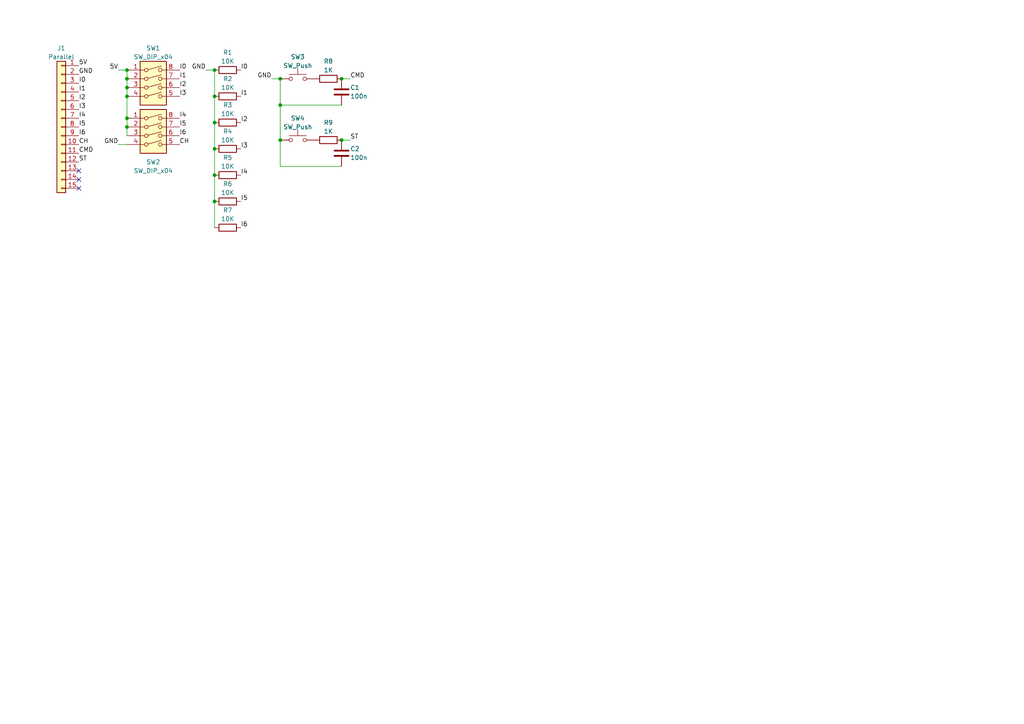
<source format=kicad_sch>
(kicad_sch (version 20230121) (generator eeschema)

  (uuid 669db47f-eb9a-4570-9d49-78dab9363d56)

  (paper "A4")

  (lib_symbols
    (symbol "Connector_Generic:Conn_01x15" (pin_names (offset 1.016) hide) (in_bom yes) (on_board yes)
      (property "Reference" "J" (at 0 20.32 0)
        (effects (font (size 1.27 1.27)))
      )
      (property "Value" "Conn_01x15" (at 0 -20.32 0)
        (effects (font (size 1.27 1.27)))
      )
      (property "Footprint" "" (at 0 0 0)
        (effects (font (size 1.27 1.27)) hide)
      )
      (property "Datasheet" "~" (at 0 0 0)
        (effects (font (size 1.27 1.27)) hide)
      )
      (property "ki_keywords" "connector" (at 0 0 0)
        (effects (font (size 1.27 1.27)) hide)
      )
      (property "ki_description" "Generic connector, single row, 01x15, script generated (kicad-library-utils/schlib/autogen/connector/)" (at 0 0 0)
        (effects (font (size 1.27 1.27)) hide)
      )
      (property "ki_fp_filters" "Connector*:*_1x??_*" (at 0 0 0)
        (effects (font (size 1.27 1.27)) hide)
      )
      (symbol "Conn_01x15_1_1"
        (rectangle (start -1.27 -17.653) (end 0 -17.907)
          (stroke (width 0.1524) (type default))
          (fill (type none))
        )
        (rectangle (start -1.27 -15.113) (end 0 -15.367)
          (stroke (width 0.1524) (type default))
          (fill (type none))
        )
        (rectangle (start -1.27 -12.573) (end 0 -12.827)
          (stroke (width 0.1524) (type default))
          (fill (type none))
        )
        (rectangle (start -1.27 -10.033) (end 0 -10.287)
          (stroke (width 0.1524) (type default))
          (fill (type none))
        )
        (rectangle (start -1.27 -7.493) (end 0 -7.747)
          (stroke (width 0.1524) (type default))
          (fill (type none))
        )
        (rectangle (start -1.27 -4.953) (end 0 -5.207)
          (stroke (width 0.1524) (type default))
          (fill (type none))
        )
        (rectangle (start -1.27 -2.413) (end 0 -2.667)
          (stroke (width 0.1524) (type default))
          (fill (type none))
        )
        (rectangle (start -1.27 0.127) (end 0 -0.127)
          (stroke (width 0.1524) (type default))
          (fill (type none))
        )
        (rectangle (start -1.27 2.667) (end 0 2.413)
          (stroke (width 0.1524) (type default))
          (fill (type none))
        )
        (rectangle (start -1.27 5.207) (end 0 4.953)
          (stroke (width 0.1524) (type default))
          (fill (type none))
        )
        (rectangle (start -1.27 7.747) (end 0 7.493)
          (stroke (width 0.1524) (type default))
          (fill (type none))
        )
        (rectangle (start -1.27 10.287) (end 0 10.033)
          (stroke (width 0.1524) (type default))
          (fill (type none))
        )
        (rectangle (start -1.27 12.827) (end 0 12.573)
          (stroke (width 0.1524) (type default))
          (fill (type none))
        )
        (rectangle (start -1.27 15.367) (end 0 15.113)
          (stroke (width 0.1524) (type default))
          (fill (type none))
        )
        (rectangle (start -1.27 17.907) (end 0 17.653)
          (stroke (width 0.1524) (type default))
          (fill (type none))
        )
        (rectangle (start -1.27 19.05) (end 1.27 -19.05)
          (stroke (width 0.254) (type default))
          (fill (type background))
        )
        (pin passive line (at -5.08 17.78 0) (length 3.81)
          (name "Pin_1" (effects (font (size 1.27 1.27))))
          (number "1" (effects (font (size 1.27 1.27))))
        )
        (pin passive line (at -5.08 -5.08 0) (length 3.81)
          (name "Pin_10" (effects (font (size 1.27 1.27))))
          (number "10" (effects (font (size 1.27 1.27))))
        )
        (pin passive line (at -5.08 -7.62 0) (length 3.81)
          (name "Pin_11" (effects (font (size 1.27 1.27))))
          (number "11" (effects (font (size 1.27 1.27))))
        )
        (pin passive line (at -5.08 -10.16 0) (length 3.81)
          (name "Pin_12" (effects (font (size 1.27 1.27))))
          (number "12" (effects (font (size 1.27 1.27))))
        )
        (pin passive line (at -5.08 -12.7 0) (length 3.81)
          (name "Pin_13" (effects (font (size 1.27 1.27))))
          (number "13" (effects (font (size 1.27 1.27))))
        )
        (pin passive line (at -5.08 -15.24 0) (length 3.81)
          (name "Pin_14" (effects (font (size 1.27 1.27))))
          (number "14" (effects (font (size 1.27 1.27))))
        )
        (pin passive line (at -5.08 -17.78 0) (length 3.81)
          (name "Pin_15" (effects (font (size 1.27 1.27))))
          (number "15" (effects (font (size 1.27 1.27))))
        )
        (pin passive line (at -5.08 15.24 0) (length 3.81)
          (name "Pin_2" (effects (font (size 1.27 1.27))))
          (number "2" (effects (font (size 1.27 1.27))))
        )
        (pin passive line (at -5.08 12.7 0) (length 3.81)
          (name "Pin_3" (effects (font (size 1.27 1.27))))
          (number "3" (effects (font (size 1.27 1.27))))
        )
        (pin passive line (at -5.08 10.16 0) (length 3.81)
          (name "Pin_4" (effects (font (size 1.27 1.27))))
          (number "4" (effects (font (size 1.27 1.27))))
        )
        (pin passive line (at -5.08 7.62 0) (length 3.81)
          (name "Pin_5" (effects (font (size 1.27 1.27))))
          (number "5" (effects (font (size 1.27 1.27))))
        )
        (pin passive line (at -5.08 5.08 0) (length 3.81)
          (name "Pin_6" (effects (font (size 1.27 1.27))))
          (number "6" (effects (font (size 1.27 1.27))))
        )
        (pin passive line (at -5.08 2.54 0) (length 3.81)
          (name "Pin_7" (effects (font (size 1.27 1.27))))
          (number "7" (effects (font (size 1.27 1.27))))
        )
        (pin passive line (at -5.08 0 0) (length 3.81)
          (name "Pin_8" (effects (font (size 1.27 1.27))))
          (number "8" (effects (font (size 1.27 1.27))))
        )
        (pin passive line (at -5.08 -2.54 0) (length 3.81)
          (name "Pin_9" (effects (font (size 1.27 1.27))))
          (number "9" (effects (font (size 1.27 1.27))))
        )
      )
    )
    (symbol "Device:C" (pin_numbers hide) (pin_names (offset 0.254)) (in_bom yes) (on_board yes)
      (property "Reference" "C" (at 0.635 2.54 0)
        (effects (font (size 1.27 1.27)) (justify left))
      )
      (property "Value" "C" (at 0.635 -2.54 0)
        (effects (font (size 1.27 1.27)) (justify left))
      )
      (property "Footprint" "" (at 0.9652 -3.81 0)
        (effects (font (size 1.27 1.27)) hide)
      )
      (property "Datasheet" "~" (at 0 0 0)
        (effects (font (size 1.27 1.27)) hide)
      )
      (property "ki_keywords" "cap capacitor" (at 0 0 0)
        (effects (font (size 1.27 1.27)) hide)
      )
      (property "ki_description" "Unpolarized capacitor" (at 0 0 0)
        (effects (font (size 1.27 1.27)) hide)
      )
      (property "ki_fp_filters" "C_*" (at 0 0 0)
        (effects (font (size 1.27 1.27)) hide)
      )
      (symbol "C_0_1"
        (polyline
          (pts
            (xy -2.032 -0.762)
            (xy 2.032 -0.762)
          )
          (stroke (width 0.508) (type default))
          (fill (type none))
        )
        (polyline
          (pts
            (xy -2.032 0.762)
            (xy 2.032 0.762)
          )
          (stroke (width 0.508) (type default))
          (fill (type none))
        )
      )
      (symbol "C_1_1"
        (pin passive line (at 0 3.81 270) (length 2.794)
          (name "~" (effects (font (size 1.27 1.27))))
          (number "1" (effects (font (size 1.27 1.27))))
        )
        (pin passive line (at 0 -3.81 90) (length 2.794)
          (name "~" (effects (font (size 1.27 1.27))))
          (number "2" (effects (font (size 1.27 1.27))))
        )
      )
    )
    (symbol "Device:R" (pin_numbers hide) (pin_names (offset 0)) (in_bom yes) (on_board yes)
      (property "Reference" "R" (at 2.032 0 90)
        (effects (font (size 1.27 1.27)))
      )
      (property "Value" "R" (at 0 0 90)
        (effects (font (size 1.27 1.27)))
      )
      (property "Footprint" "" (at -1.778 0 90)
        (effects (font (size 1.27 1.27)) hide)
      )
      (property "Datasheet" "~" (at 0 0 0)
        (effects (font (size 1.27 1.27)) hide)
      )
      (property "ki_keywords" "R res resistor" (at 0 0 0)
        (effects (font (size 1.27 1.27)) hide)
      )
      (property "ki_description" "Resistor" (at 0 0 0)
        (effects (font (size 1.27 1.27)) hide)
      )
      (property "ki_fp_filters" "R_*" (at 0 0 0)
        (effects (font (size 1.27 1.27)) hide)
      )
      (symbol "R_0_1"
        (rectangle (start -1.016 -2.54) (end 1.016 2.54)
          (stroke (width 0.254) (type default))
          (fill (type none))
        )
      )
      (symbol "R_1_1"
        (pin passive line (at 0 3.81 270) (length 1.27)
          (name "~" (effects (font (size 1.27 1.27))))
          (number "1" (effects (font (size 1.27 1.27))))
        )
        (pin passive line (at 0 -3.81 90) (length 1.27)
          (name "~" (effects (font (size 1.27 1.27))))
          (number "2" (effects (font (size 1.27 1.27))))
        )
      )
    )
    (symbol "Switch:SW_DIP_x04" (pin_names (offset 0) hide) (in_bom yes) (on_board yes)
      (property "Reference" "SW" (at 0 8.89 0)
        (effects (font (size 1.27 1.27)))
      )
      (property "Value" "SW_DIP_x04" (at 0 -6.35 0)
        (effects (font (size 1.27 1.27)))
      )
      (property "Footprint" "" (at 0 0 0)
        (effects (font (size 1.27 1.27)) hide)
      )
      (property "Datasheet" "~" (at 0 0 0)
        (effects (font (size 1.27 1.27)) hide)
      )
      (property "ki_keywords" "dip switch" (at 0 0 0)
        (effects (font (size 1.27 1.27)) hide)
      )
      (property "ki_description" "4x DIP Switch, Single Pole Single Throw (SPST) switch, small symbol" (at 0 0 0)
        (effects (font (size 1.27 1.27)) hide)
      )
      (property "ki_fp_filters" "SW?DIP?x4*" (at 0 0 0)
        (effects (font (size 1.27 1.27)) hide)
      )
      (symbol "SW_DIP_x04_0_0"
        (circle (center -2.032 -2.54) (radius 0.508)
          (stroke (width 0) (type default))
          (fill (type none))
        )
        (circle (center -2.032 0) (radius 0.508)
          (stroke (width 0) (type default))
          (fill (type none))
        )
        (circle (center -2.032 2.54) (radius 0.508)
          (stroke (width 0) (type default))
          (fill (type none))
        )
        (circle (center -2.032 5.08) (radius 0.508)
          (stroke (width 0) (type default))
          (fill (type none))
        )
        (polyline
          (pts
            (xy -1.524 -2.3876)
            (xy 2.3622 -1.3462)
          )
          (stroke (width 0) (type default))
          (fill (type none))
        )
        (polyline
          (pts
            (xy -1.524 0.127)
            (xy 2.3622 1.1684)
          )
          (stroke (width 0) (type default))
          (fill (type none))
        )
        (polyline
          (pts
            (xy -1.524 2.667)
            (xy 2.3622 3.7084)
          )
          (stroke (width 0) (type default))
          (fill (type none))
        )
        (polyline
          (pts
            (xy -1.524 5.207)
            (xy 2.3622 6.2484)
          )
          (stroke (width 0) (type default))
          (fill (type none))
        )
        (circle (center 2.032 -2.54) (radius 0.508)
          (stroke (width 0) (type default))
          (fill (type none))
        )
        (circle (center 2.032 0) (radius 0.508)
          (stroke (width 0) (type default))
          (fill (type none))
        )
        (circle (center 2.032 2.54) (radius 0.508)
          (stroke (width 0) (type default))
          (fill (type none))
        )
        (circle (center 2.032 5.08) (radius 0.508)
          (stroke (width 0) (type default))
          (fill (type none))
        )
      )
      (symbol "SW_DIP_x04_0_1"
        (rectangle (start -3.81 7.62) (end 3.81 -5.08)
          (stroke (width 0.254) (type default))
          (fill (type background))
        )
      )
      (symbol "SW_DIP_x04_1_1"
        (pin passive line (at -7.62 5.08 0) (length 5.08)
          (name "~" (effects (font (size 1.27 1.27))))
          (number "1" (effects (font (size 1.27 1.27))))
        )
        (pin passive line (at -7.62 2.54 0) (length 5.08)
          (name "~" (effects (font (size 1.27 1.27))))
          (number "2" (effects (font (size 1.27 1.27))))
        )
        (pin passive line (at -7.62 0 0) (length 5.08)
          (name "~" (effects (font (size 1.27 1.27))))
          (number "3" (effects (font (size 1.27 1.27))))
        )
        (pin passive line (at -7.62 -2.54 0) (length 5.08)
          (name "~" (effects (font (size 1.27 1.27))))
          (number "4" (effects (font (size 1.27 1.27))))
        )
        (pin passive line (at 7.62 -2.54 180) (length 5.08)
          (name "~" (effects (font (size 1.27 1.27))))
          (number "5" (effects (font (size 1.27 1.27))))
        )
        (pin passive line (at 7.62 0 180) (length 5.08)
          (name "~" (effects (font (size 1.27 1.27))))
          (number "6" (effects (font (size 1.27 1.27))))
        )
        (pin passive line (at 7.62 2.54 180) (length 5.08)
          (name "~" (effects (font (size 1.27 1.27))))
          (number "7" (effects (font (size 1.27 1.27))))
        )
        (pin passive line (at 7.62 5.08 180) (length 5.08)
          (name "~" (effects (font (size 1.27 1.27))))
          (number "8" (effects (font (size 1.27 1.27))))
        )
      )
    )
    (symbol "Switch:SW_Push" (pin_numbers hide) (pin_names (offset 1.016) hide) (in_bom yes) (on_board yes)
      (property "Reference" "SW" (at 1.27 2.54 0)
        (effects (font (size 1.27 1.27)) (justify left))
      )
      (property "Value" "SW_Push" (at 0 -1.524 0)
        (effects (font (size 1.27 1.27)))
      )
      (property "Footprint" "" (at 0 5.08 0)
        (effects (font (size 1.27 1.27)) hide)
      )
      (property "Datasheet" "~" (at 0 5.08 0)
        (effects (font (size 1.27 1.27)) hide)
      )
      (property "ki_keywords" "switch normally-open pushbutton push-button" (at 0 0 0)
        (effects (font (size 1.27 1.27)) hide)
      )
      (property "ki_description" "Push button switch, generic, two pins" (at 0 0 0)
        (effects (font (size 1.27 1.27)) hide)
      )
      (symbol "SW_Push_0_1"
        (circle (center -2.032 0) (radius 0.508)
          (stroke (width 0) (type default))
          (fill (type none))
        )
        (polyline
          (pts
            (xy 0 1.27)
            (xy 0 3.048)
          )
          (stroke (width 0) (type default))
          (fill (type none))
        )
        (polyline
          (pts
            (xy 2.54 1.27)
            (xy -2.54 1.27)
          )
          (stroke (width 0) (type default))
          (fill (type none))
        )
        (circle (center 2.032 0) (radius 0.508)
          (stroke (width 0) (type default))
          (fill (type none))
        )
        (pin passive line (at -5.08 0 0) (length 2.54)
          (name "1" (effects (font (size 1.27 1.27))))
          (number "1" (effects (font (size 1.27 1.27))))
        )
        (pin passive line (at 5.08 0 180) (length 2.54)
          (name "2" (effects (font (size 1.27 1.27))))
          (number "2" (effects (font (size 1.27 1.27))))
        )
      )
    )
  )

  (junction (at 62.23 58.42) (diameter 0) (color 0 0 0 0)
    (uuid 11b85398-7b86-42b2-9853-22318f7ed1d9)
  )
  (junction (at 36.83 27.94) (diameter 0) (color 0 0 0 0)
    (uuid 1935b106-b9df-44d4-9862-583526f70bf2)
  )
  (junction (at 81.28 30.48) (diameter 0) (color 0 0 0 0)
    (uuid 1d5ce6bb-e511-4d8f-9eea-d1695e8df30a)
  )
  (junction (at 62.23 43.18) (diameter 0) (color 0 0 0 0)
    (uuid 59e384bf-bcd5-40e6-9f4e-947b62cd2988)
  )
  (junction (at 99.06 40.64) (diameter 0) (color 0 0 0 0)
    (uuid 70d43af2-3078-433b-9e8f-860cc2abd555)
  )
  (junction (at 36.83 34.29) (diameter 0) (color 0 0 0 0)
    (uuid 73a1ebf8-11a7-4165-bffc-e283d5c5f965)
  )
  (junction (at 62.23 35.56) (diameter 0) (color 0 0 0 0)
    (uuid 7cd4194a-e99d-4c23-a03d-103c82d4687c)
  )
  (junction (at 36.83 36.83) (diameter 0) (color 0 0 0 0)
    (uuid 872002a9-5a47-49ac-a11b-81fa5c0f2f98)
  )
  (junction (at 36.83 20.32) (diameter 0) (color 0 0 0 0)
    (uuid 92b63cd4-fa6d-42ab-84d3-718fe65412ea)
  )
  (junction (at 81.28 40.64) (diameter 0) (color 0 0 0 0)
    (uuid b0cc509d-b4ff-4a70-883b-8463320f0a5f)
  )
  (junction (at 81.28 22.86) (diameter 0) (color 0 0 0 0)
    (uuid c976bbc5-b4ed-4f22-97d8-d05610d1944b)
  )
  (junction (at 36.83 25.4) (diameter 0) (color 0 0 0 0)
    (uuid cd0bbb16-f653-4875-b619-905cb859dee7)
  )
  (junction (at 62.23 50.8) (diameter 0) (color 0 0 0 0)
    (uuid d12384f8-3b8a-43d1-829b-e7e223926ae8)
  )
  (junction (at 62.23 27.94) (diameter 0) (color 0 0 0 0)
    (uuid d4b29c42-5da7-46b9-9a65-1850e9b481ac)
  )
  (junction (at 99.06 22.86) (diameter 0) (color 0 0 0 0)
    (uuid e2742d30-086a-414f-91b9-41790c8e5cb1)
  )
  (junction (at 36.83 22.86) (diameter 0) (color 0 0 0 0)
    (uuid e91ddb93-6fd6-44ce-a9d8-6325f66f5436)
  )
  (junction (at 62.23 20.32) (diameter 0) (color 0 0 0 0)
    (uuid f4514500-c0c4-4694-82d3-f7800f5bc06d)
  )

  (no_connect (at 22.86 54.61) (uuid 4f0d2133-77ec-472f-a65d-1bd290b2db44))
  (no_connect (at 22.86 52.07) (uuid c5d17a23-7abb-461f-ad23-477bdc4e68cc))
  (no_connect (at 22.86 49.53) (uuid ed632c20-507a-4bb3-9224-801e93c9060d))

  (wire (pts (xy 34.29 41.91) (xy 36.83 41.91))
    (stroke (width 0) (type default))
    (uuid 0809be91-2c82-4846-bbca-8d41cc60a4aa)
  )
  (wire (pts (xy 81.28 30.48) (xy 81.28 40.64))
    (stroke (width 0) (type default))
    (uuid 19818e59-184c-4527-832d-fe3064f1a321)
  )
  (wire (pts (xy 34.29 20.32) (xy 36.83 20.32))
    (stroke (width 0) (type default))
    (uuid 27214d86-49b0-42b6-9080-74e57fd8ce6c)
  )
  (wire (pts (xy 36.83 36.83) (xy 36.83 39.37))
    (stroke (width 0) (type default))
    (uuid 34a8d2bb-1de2-483e-8c47-fc8906582248)
  )
  (wire (pts (xy 62.23 58.42) (xy 62.23 50.8))
    (stroke (width 0) (type default))
    (uuid 38713bb4-bcb5-46f7-ac7e-80d4cd5307ca)
  )
  (wire (pts (xy 62.23 43.18) (xy 62.23 35.56))
    (stroke (width 0) (type default))
    (uuid 4318df78-07c2-4142-b6a4-5c4f6a8d873b)
  )
  (wire (pts (xy 36.83 34.29) (xy 36.83 36.83))
    (stroke (width 0) (type default))
    (uuid 4adc3125-8cd2-46dd-9277-4d36b6120b7a)
  )
  (wire (pts (xy 62.23 27.94) (xy 62.23 20.32))
    (stroke (width 0) (type default))
    (uuid 577cba17-f773-4cd1-810e-3a7a72ce4da3)
  )
  (wire (pts (xy 78.74 22.86) (xy 81.28 22.86))
    (stroke (width 0) (type default))
    (uuid 91040290-f122-488c-ad3f-6b67fb61ff43)
  )
  (wire (pts (xy 36.83 22.86) (xy 36.83 25.4))
    (stroke (width 0) (type default))
    (uuid a28feb8a-1413-404c-bc74-c068daa967b3)
  )
  (wire (pts (xy 36.83 27.94) (xy 36.83 34.29))
    (stroke (width 0) (type default))
    (uuid b42a687f-3b08-456c-88d5-d96d7372d251)
  )
  (wire (pts (xy 36.83 20.32) (xy 36.83 22.86))
    (stroke (width 0) (type default))
    (uuid b5d1ed3c-dc48-487e-92ef-db625169d765)
  )
  (wire (pts (xy 101.6 22.86) (xy 99.06 22.86))
    (stroke (width 0) (type default))
    (uuid c3d8796c-193b-4c15-9793-7408ce9783f7)
  )
  (wire (pts (xy 81.28 40.64) (xy 81.28 48.26))
    (stroke (width 0) (type default))
    (uuid d363b6af-7e09-4b1c-b62f-18fc8a565420)
  )
  (wire (pts (xy 99.06 48.26) (xy 81.28 48.26))
    (stroke (width 0) (type default))
    (uuid d407492a-b3be-4c5d-b4e5-580657b40539)
  )
  (wire (pts (xy 59.69 20.32) (xy 62.23 20.32))
    (stroke (width 0) (type default))
    (uuid dae9bc5e-7faf-4c09-8d87-6a3c04f68470)
  )
  (wire (pts (xy 101.6 40.64) (xy 99.06 40.64))
    (stroke (width 0) (type default))
    (uuid dd85ec54-21f8-4371-91e0-fcd437ce3ace)
  )
  (wire (pts (xy 62.23 50.8) (xy 62.23 43.18))
    (stroke (width 0) (type default))
    (uuid e1b3b75f-a539-44fb-a9e8-45b268784445)
  )
  (wire (pts (xy 62.23 66.04) (xy 62.23 58.42))
    (stroke (width 0) (type default))
    (uuid e9e16ccf-faf7-4026-bbf8-6aad5d32c9b3)
  )
  (wire (pts (xy 36.83 25.4) (xy 36.83 27.94))
    (stroke (width 0) (type default))
    (uuid ebe97cd8-03a0-4a8e-911e-dad821f1f482)
  )
  (wire (pts (xy 62.23 35.56) (xy 62.23 27.94))
    (stroke (width 0) (type default))
    (uuid f37abb84-6e69-426e-adba-7eba2098f920)
  )
  (wire (pts (xy 81.28 22.86) (xy 81.28 30.48))
    (stroke (width 0) (type default))
    (uuid f5986ff2-e9bc-44f4-a6e2-89faacd9a1bd)
  )
  (wire (pts (xy 81.28 30.48) (xy 99.06 30.48))
    (stroke (width 0) (type default))
    (uuid fa572d4c-4987-4a33-a08b-b589865b1bf9)
  )

  (label "GND" (at 34.29 41.91 180) (fields_autoplaced)
    (effects (font (size 1.27 1.27)) (justify right bottom))
    (uuid 062ac5c8-a35f-4d6a-b54f-039c3e08785f)
  )
  (label "I6" (at 22.86 39.37 0) (fields_autoplaced)
    (effects (font (size 1.27 1.27)) (justify left bottom))
    (uuid 0645c500-6829-4b0a-8176-d943af7bc310)
  )
  (label "I1" (at 52.07 22.86 0) (fields_autoplaced)
    (effects (font (size 1.27 1.27)) (justify left bottom))
    (uuid 12b317c2-16ab-490f-828b-a04530a5d2ad)
  )
  (label "I6" (at 69.85 66.04 0) (fields_autoplaced)
    (effects (font (size 1.27 1.27)) (justify left bottom))
    (uuid 168e6f59-d5dd-4ecb-adb4-b0a15037f957)
  )
  (label "I4" (at 52.07 34.29 0) (fields_autoplaced)
    (effects (font (size 1.27 1.27)) (justify left bottom))
    (uuid 2013fd34-b169-4f9f-9ff1-80fe2cc59eed)
  )
  (label "I6" (at 52.07 39.37 0) (fields_autoplaced)
    (effects (font (size 1.27 1.27)) (justify left bottom))
    (uuid 2be29a85-82bf-47fd-9139-b0dfa8681adc)
  )
  (label "I5" (at 22.86 36.83 0) (fields_autoplaced)
    (effects (font (size 1.27 1.27)) (justify left bottom))
    (uuid 2c2b50de-9300-4909-ba58-5c7dc29eaacd)
  )
  (label "I2" (at 52.07 25.4 0) (fields_autoplaced)
    (effects (font (size 1.27 1.27)) (justify left bottom))
    (uuid 2e8dcb9f-d2db-416a-b677-921c3339107f)
  )
  (label "GND" (at 22.86 21.59 0) (fields_autoplaced)
    (effects (font (size 1.27 1.27)) (justify left bottom))
    (uuid 3aa4a565-1f60-4f1a-a675-eae0771c056c)
  )
  (label "GND" (at 59.69 20.32 180) (fields_autoplaced)
    (effects (font (size 1.27 1.27)) (justify right bottom))
    (uuid 56dc0936-11a0-4fd4-898b-eaceee37de64)
  )
  (label "I3" (at 22.86 31.75 0) (fields_autoplaced)
    (effects (font (size 1.27 1.27)) (justify left bottom))
    (uuid 710c7e98-bf76-4ae6-92f6-e82f22b82dcf)
  )
  (label "CMD" (at 22.86 44.45 0) (fields_autoplaced)
    (effects (font (size 1.27 1.27)) (justify left bottom))
    (uuid 790b31e0-8123-4bf8-b463-93a03812af26)
  )
  (label "ST" (at 101.6 40.64 0) (fields_autoplaced)
    (effects (font (size 1.27 1.27)) (justify left bottom))
    (uuid 79153b1f-7b55-4f08-b402-4b64f151ebdf)
  )
  (label "I4" (at 69.85 50.8 0) (fields_autoplaced)
    (effects (font (size 1.27 1.27)) (justify left bottom))
    (uuid 8fc7925c-672b-4e6d-96dc-a40ee255ab87)
  )
  (label "ST" (at 22.86 46.99 0) (fields_autoplaced)
    (effects (font (size 1.27 1.27)) (justify left bottom))
    (uuid 925473da-6cef-4f2f-93c1-23387c068760)
  )
  (label "I3" (at 69.85 43.18 0) (fields_autoplaced)
    (effects (font (size 1.27 1.27)) (justify left bottom))
    (uuid 991f4971-d593-4f48-95d2-204a2baabbe5)
  )
  (label "5V" (at 22.86 19.05 0) (fields_autoplaced)
    (effects (font (size 1.27 1.27)) (justify left bottom))
    (uuid 9a9d6b3c-92e9-4c37-97dc-0b622091fa76)
  )
  (label "I2" (at 22.86 29.21 0) (fields_autoplaced)
    (effects (font (size 1.27 1.27)) (justify left bottom))
    (uuid 9bb62f07-9be0-431d-8a05-23979bdbe083)
  )
  (label "CMD" (at 101.6 22.86 0) (fields_autoplaced)
    (effects (font (size 1.27 1.27)) (justify left bottom))
    (uuid 9daa73e8-3eea-4b3f-a048-0f4da4875ec1)
  )
  (label "I1" (at 22.86 26.67 0) (fields_autoplaced)
    (effects (font (size 1.27 1.27)) (justify left bottom))
    (uuid a047be98-1fe4-4a98-a36b-e66e3a51ba1a)
  )
  (label "I0" (at 52.07 20.32 0) (fields_autoplaced)
    (effects (font (size 1.27 1.27)) (justify left bottom))
    (uuid a3498e75-4eec-4e04-95e1-ad21eb6d294a)
  )
  (label "I3" (at 52.07 27.94 0) (fields_autoplaced)
    (effects (font (size 1.27 1.27)) (justify left bottom))
    (uuid acd0e5df-63c6-4851-81cd-bc789a19025e)
  )
  (label "I2" (at 69.85 35.56 0) (fields_autoplaced)
    (effects (font (size 1.27 1.27)) (justify left bottom))
    (uuid b1a0737a-bf10-45bb-a54f-20d5bb92708d)
  )
  (label "GND" (at 78.74 22.86 180) (fields_autoplaced)
    (effects (font (size 1.27 1.27)) (justify right bottom))
    (uuid b4113f60-6ce6-4be0-bc8f-27317712f1e8)
  )
  (label "I1" (at 69.85 27.94 0) (fields_autoplaced)
    (effects (font (size 1.27 1.27)) (justify left bottom))
    (uuid b8900fb4-ddcd-4626-b927-48508cfd73e9)
  )
  (label "I0" (at 69.85 20.32 0) (fields_autoplaced)
    (effects (font (size 1.27 1.27)) (justify left bottom))
    (uuid cc597d6f-24b1-40c2-9306-dd2b4ab0528a)
  )
  (label "5V" (at 34.29 20.32 180) (fields_autoplaced)
    (effects (font (size 1.27 1.27)) (justify right bottom))
    (uuid cd15487e-8300-40b9-ac3d-5ba0865c5de7)
  )
  (label "I4" (at 22.86 34.29 0) (fields_autoplaced)
    (effects (font (size 1.27 1.27)) (justify left bottom))
    (uuid d011a7b3-12f1-4a0a-9cd4-1287449390fa)
  )
  (label "CH" (at 52.07 41.91 0) (fields_autoplaced)
    (effects (font (size 1.27 1.27)) (justify left bottom))
    (uuid d141219f-75d4-49d3-b333-d297fc6a10f7)
  )
  (label "I5" (at 69.85 58.42 0) (fields_autoplaced)
    (effects (font (size 1.27 1.27)) (justify left bottom))
    (uuid d39c165f-e642-46d1-9aa0-963d99f8b9e2)
  )
  (label "I5" (at 52.07 36.83 0) (fields_autoplaced)
    (effects (font (size 1.27 1.27)) (justify left bottom))
    (uuid dbc5b52d-2974-4beb-bd4f-1cd658ed254c)
  )
  (label "CH" (at 22.86 41.91 0) (fields_autoplaced)
    (effects (font (size 1.27 1.27)) (justify left bottom))
    (uuid dd953dca-661c-479b-8e52-b85fd3eb00fa)
  )
  (label "I0" (at 22.86 24.13 0) (fields_autoplaced)
    (effects (font (size 1.27 1.27)) (justify left bottom))
    (uuid df00ef66-7d04-4a7e-96f4-91f3542383e2)
  )

  (symbol (lib_id "Device:R") (at 66.04 27.94 90) (unit 1)
    (in_bom yes) (on_board yes) (dnp no) (fields_autoplaced)
    (uuid 107adfaf-b2bd-41c6-a01c-a6f86b19cfa4)
    (property "Reference" "R2" (at 66.04 22.86 90)
      (effects (font (size 1.27 1.27)))
    )
    (property "Value" "10K" (at 66.04 25.4 90)
      (effects (font (size 1.27 1.27)))
    )
    (property "Footprint" "Resistor_SMD:R_0603_1608Metric_Pad0.98x0.95mm_HandSolder" (at 66.04 29.718 90)
      (effects (font (size 1.27 1.27)) hide)
    )
    (property "Datasheet" "~" (at 66.04 27.94 0)
      (effects (font (size 1.27 1.27)) hide)
    )
    (pin "1" (uuid 337e0dd8-e6ca-4542-93a0-536709a74999))
    (pin "2" (uuid 41ecc9fc-0f6b-4e38-95e3-d41350b8e13e))
    (instances
      (project "ManualParallel"
        (path "/669db47f-eb9a-4570-9d49-78dab9363d56"
          (reference "R2") (unit 1)
        )
      )
      (project "M6650-Eval"
        (path "/8466cb75-6bc6-471a-b055-d02b97254e04/7d2cbb3b-f11a-4af8-a962-f7c94c81a06b"
          (reference "R302") (unit 1)
        )
      )
    )
  )

  (symbol (lib_id "Device:R") (at 66.04 58.42 90) (unit 1)
    (in_bom yes) (on_board yes) (dnp no) (fields_autoplaced)
    (uuid 189be11e-c453-457d-b7d7-a80cd9d4b1e4)
    (property "Reference" "R6" (at 66.04 53.34 90)
      (effects (font (size 1.27 1.27)))
    )
    (property "Value" "10K" (at 66.04 55.88 90)
      (effects (font (size 1.27 1.27)))
    )
    (property "Footprint" "Resistor_SMD:R_0603_1608Metric_Pad0.98x0.95mm_HandSolder" (at 66.04 60.198 90)
      (effects (font (size 1.27 1.27)) hide)
    )
    (property "Datasheet" "~" (at 66.04 58.42 0)
      (effects (font (size 1.27 1.27)) hide)
    )
    (pin "1" (uuid 7cbad456-336f-4cde-9453-b3cc0e66b9e4))
    (pin "2" (uuid 7aedc79d-db5a-41a3-976b-0866df0fad75))
    (instances
      (project "ManualParallel"
        (path "/669db47f-eb9a-4570-9d49-78dab9363d56"
          (reference "R6") (unit 1)
        )
      )
      (project "M6650-Eval"
        (path "/8466cb75-6bc6-471a-b055-d02b97254e04/7d2cbb3b-f11a-4af8-a962-f7c94c81a06b"
          (reference "R306") (unit 1)
        )
      )
    )
  )

  (symbol (lib_id "Switch:SW_DIP_x04") (at 44.45 25.4 0) (unit 1)
    (in_bom yes) (on_board yes) (dnp no) (fields_autoplaced)
    (uuid 2d8204d2-f838-49f7-a38d-a57e2f110ed4)
    (property "Reference" "SW1" (at 44.45 13.97 0)
      (effects (font (size 1.27 1.27)))
    )
    (property "Value" "SW_DIP_x04" (at 44.45 16.51 0)
      (effects (font (size 1.27 1.27)))
    )
    (property "Footprint" "Button_Switch_THT:SW_DIP_SPSTx04_Slide_9.78x12.34mm_W7.62mm_P2.54mm" (at 44.45 25.4 0)
      (effects (font (size 1.27 1.27)) hide)
    )
    (property "Datasheet" "~" (at 44.45 25.4 0)
      (effects (font (size 1.27 1.27)) hide)
    )
    (pin "1" (uuid 83f52e7f-19ab-475a-abf4-b0a83f7cec71))
    (pin "2" (uuid dff83d85-e0a3-46e3-982b-f429411c547d))
    (pin "3" (uuid 77ae2a8b-431e-47cb-aa72-3ce870aef6fe))
    (pin "4" (uuid a73f51f0-ac29-4b29-a76b-1f9f04a36b01))
    (pin "5" (uuid c420f103-1a20-4853-8a89-9b12e6e11635))
    (pin "6" (uuid 4d10c3a6-3b2c-44c3-beea-f9fb279b4f1a))
    (pin "7" (uuid 627468e0-55ec-42b3-a97e-d314cec1340f))
    (pin "8" (uuid c3156589-7757-4349-a406-821c311a6703))
    (instances
      (project "ManualParallel"
        (path "/669db47f-eb9a-4570-9d49-78dab9363d56"
          (reference "SW1") (unit 1)
        )
      )
      (project "M6650-Eval"
        (path "/8466cb75-6bc6-471a-b055-d02b97254e04/7d2cbb3b-f11a-4af8-a962-f7c94c81a06b"
          (reference "SW301") (unit 1)
        )
      )
    )
  )

  (symbol (lib_id "Device:R") (at 95.25 40.64 90) (unit 1)
    (in_bom yes) (on_board yes) (dnp no) (fields_autoplaced)
    (uuid 2e34db96-625b-4fbb-bf8d-5abe520762d1)
    (property "Reference" "R9" (at 95.25 35.56 90)
      (effects (font (size 1.27 1.27)))
    )
    (property "Value" "1K" (at 95.25 38.1 90)
      (effects (font (size 1.27 1.27)))
    )
    (property "Footprint" "Resistor_SMD:R_0603_1608Metric_Pad0.98x0.95mm_HandSolder" (at 95.25 42.418 90)
      (effects (font (size 1.27 1.27)) hide)
    )
    (property "Datasheet" "~" (at 95.25 40.64 0)
      (effects (font (size 1.27 1.27)) hide)
    )
    (pin "1" (uuid 9e7712a7-42b9-4ab1-abe9-8d77d770bde2))
    (pin "2" (uuid e58caf97-b320-4d82-b2ff-9bc676cb28a0))
    (instances
      (project "ManualParallel"
        (path "/669db47f-eb9a-4570-9d49-78dab9363d56"
          (reference "R9") (unit 1)
        )
      )
      (project "M6650-Eval"
        (path "/8466cb75-6bc6-471a-b055-d02b97254e04/7d2cbb3b-f11a-4af8-a962-f7c94c81a06b"
          (reference "R307") (unit 1)
        )
      )
    )
  )

  (symbol (lib_id "Device:R") (at 66.04 35.56 90) (unit 1)
    (in_bom yes) (on_board yes) (dnp no) (fields_autoplaced)
    (uuid 38b72ec5-1f50-4445-85e0-8c8617e04e0b)
    (property "Reference" "R3" (at 66.04 30.48 90)
      (effects (font (size 1.27 1.27)))
    )
    (property "Value" "10K" (at 66.04 33.02 90)
      (effects (font (size 1.27 1.27)))
    )
    (property "Footprint" "Resistor_SMD:R_0603_1608Metric_Pad0.98x0.95mm_HandSolder" (at 66.04 37.338 90)
      (effects (font (size 1.27 1.27)) hide)
    )
    (property "Datasheet" "~" (at 66.04 35.56 0)
      (effects (font (size 1.27 1.27)) hide)
    )
    (pin "1" (uuid eea4f6f2-0cfa-4ff3-9a2d-b1a78cae9935))
    (pin "2" (uuid 5600eba0-0454-43dc-93fc-ea86fceb6560))
    (instances
      (project "ManualParallel"
        (path "/669db47f-eb9a-4570-9d49-78dab9363d56"
          (reference "R3") (unit 1)
        )
      )
      (project "M6650-Eval"
        (path "/8466cb75-6bc6-471a-b055-d02b97254e04/7d2cbb3b-f11a-4af8-a962-f7c94c81a06b"
          (reference "R303") (unit 1)
        )
      )
    )
  )

  (symbol (lib_id "Switch:SW_Push") (at 86.36 40.64 0) (unit 1)
    (in_bom yes) (on_board yes) (dnp no) (fields_autoplaced)
    (uuid 47dbf956-e324-44d5-9c21-1d929c7c6be1)
    (property "Reference" "SW4" (at 86.36 34.29 0)
      (effects (font (size 1.27 1.27)))
    )
    (property "Value" "SW_Push" (at 86.36 36.83 0)
      (effects (font (size 1.27 1.27)))
    )
    (property "Footprint" "Button_Switch_THT:SW_PUSH_6mm_H5mm" (at 86.36 35.56 0)
      (effects (font (size 1.27 1.27)) hide)
    )
    (property "Datasheet" "~" (at 86.36 35.56 0)
      (effects (font (size 1.27 1.27)) hide)
    )
    (pin "1" (uuid 60eca619-aaaa-4ec0-afc9-08de3beb1753))
    (pin "2" (uuid d447eef0-1873-416e-96aa-97ef9cdc2f52))
    (instances
      (project "ManualParallel"
        (path "/669db47f-eb9a-4570-9d49-78dab9363d56"
          (reference "SW4") (unit 1)
        )
      )
      (project "M6650-Eval"
        (path "/8466cb75-6bc6-471a-b055-d02b97254e04/7d2cbb3b-f11a-4af8-a962-f7c94c81a06b"
          (reference "SW304") (unit 1)
        )
      )
    )
  )

  (symbol (lib_id "Switch:SW_DIP_x04") (at 44.45 39.37 0) (unit 1)
    (in_bom yes) (on_board yes) (dnp no) (fields_autoplaced)
    (uuid 648ac3a1-ceb3-427e-b83e-954f699284a2)
    (property "Reference" "SW2" (at 44.45 46.99 0)
      (effects (font (size 1.27 1.27)))
    )
    (property "Value" "SW_DIP_x04" (at 44.45 49.53 0)
      (effects (font (size 1.27 1.27)))
    )
    (property "Footprint" "Button_Switch_THT:SW_DIP_SPSTx04_Slide_9.78x12.34mm_W7.62mm_P2.54mm" (at 44.45 39.37 0)
      (effects (font (size 1.27 1.27)) hide)
    )
    (property "Datasheet" "~" (at 44.45 39.37 0)
      (effects (font (size 1.27 1.27)) hide)
    )
    (pin "1" (uuid 189faf6a-fd1b-4097-a67a-2af9575facd6))
    (pin "2" (uuid 8bad5d01-6fe5-4cac-8636-78c663a06d52))
    (pin "3" (uuid 68c203ab-d7bd-4896-ab24-6960c698ab07))
    (pin "4" (uuid 8d7eced7-c09b-46e1-9a8c-55fbc1405f22))
    (pin "5" (uuid c082b6d0-dfd2-4c56-b1c0-b30a62c0d4cf))
    (pin "6" (uuid 5bb578ff-e4a4-408b-97be-805fdf66a9d8))
    (pin "7" (uuid d52cbcf6-1a50-4a83-a838-3bcda611f777))
    (pin "8" (uuid 0b9b182f-4e63-4d42-bcec-c978cbcabc52))
    (instances
      (project "ManualParallel"
        (path "/669db47f-eb9a-4570-9d49-78dab9363d56"
          (reference "SW2") (unit 1)
        )
      )
      (project "M6650-Eval"
        (path "/8466cb75-6bc6-471a-b055-d02b97254e04/7d2cbb3b-f11a-4af8-a962-f7c94c81a06b"
          (reference "SW302") (unit 1)
        )
      )
    )
  )

  (symbol (lib_id "Device:R") (at 95.25 22.86 90) (unit 1)
    (in_bom yes) (on_board yes) (dnp no) (fields_autoplaced)
    (uuid 77e016d1-47bf-40b0-817a-2eae4e151a3c)
    (property "Reference" "R8" (at 95.25 17.78 90)
      (effects (font (size 1.27 1.27)))
    )
    (property "Value" "1K" (at 95.25 20.32 90)
      (effects (font (size 1.27 1.27)))
    )
    (property "Footprint" "Resistor_SMD:R_0603_1608Metric_Pad0.98x0.95mm_HandSolder" (at 95.25 24.638 90)
      (effects (font (size 1.27 1.27)) hide)
    )
    (property "Datasheet" "~" (at 95.25 22.86 0)
      (effects (font (size 1.27 1.27)) hide)
    )
    (pin "1" (uuid d14d2ce9-11b3-4581-acd3-aa90deb786fe))
    (pin "2" (uuid 4c151fee-edbf-460f-8964-90dcc7459af6))
    (instances
      (project "ManualParallel"
        (path "/669db47f-eb9a-4570-9d49-78dab9363d56"
          (reference "R8") (unit 1)
        )
      )
      (project "M6650-Eval"
        (path "/8466cb75-6bc6-471a-b055-d02b97254e04/7d2cbb3b-f11a-4af8-a962-f7c94c81a06b"
          (reference "R307") (unit 1)
        )
      )
    )
  )

  (symbol (lib_id "Device:R") (at 66.04 43.18 90) (unit 1)
    (in_bom yes) (on_board yes) (dnp no) (fields_autoplaced)
    (uuid 7caee4e9-cf35-461c-8171-634a57e8f15c)
    (property "Reference" "R4" (at 66.04 38.1 90)
      (effects (font (size 1.27 1.27)))
    )
    (property "Value" "10K" (at 66.04 40.64 90)
      (effects (font (size 1.27 1.27)))
    )
    (property "Footprint" "Resistor_SMD:R_0603_1608Metric_Pad0.98x0.95mm_HandSolder" (at 66.04 44.958 90)
      (effects (font (size 1.27 1.27)) hide)
    )
    (property "Datasheet" "~" (at 66.04 43.18 0)
      (effects (font (size 1.27 1.27)) hide)
    )
    (pin "1" (uuid bbf22532-338d-48d4-a9ed-6b87f6bcf5e2))
    (pin "2" (uuid b44fcd34-b75a-4cd2-97c0-689504ca7f3a))
    (instances
      (project "ManualParallel"
        (path "/669db47f-eb9a-4570-9d49-78dab9363d56"
          (reference "R4") (unit 1)
        )
      )
      (project "M6650-Eval"
        (path "/8466cb75-6bc6-471a-b055-d02b97254e04/7d2cbb3b-f11a-4af8-a962-f7c94c81a06b"
          (reference "R304") (unit 1)
        )
      )
    )
  )

  (symbol (lib_id "Device:C") (at 99.06 44.45 0) (unit 1)
    (in_bom yes) (on_board yes) (dnp no)
    (uuid 98a58c7b-87e2-4f69-9d28-26de528e024d)
    (property "Reference" "C2" (at 101.6 43.18 0)
      (effects (font (size 1.27 1.27)) (justify left))
    )
    (property "Value" "100n" (at 101.6 45.72 0)
      (effects (font (size 1.27 1.27)) (justify left))
    )
    (property "Footprint" "Capacitor_SMD:C_0603_1608Metric_Pad1.08x0.95mm_HandSolder" (at 100.0252 48.26 0)
      (effects (font (size 1.27 1.27)) hide)
    )
    (property "Datasheet" "~" (at 99.06 44.45 0)
      (effects (font (size 1.27 1.27)) hide)
    )
    (pin "1" (uuid 8ce38783-9538-4147-a6d9-79246350aa69))
    (pin "2" (uuid 8faa63aa-558f-4c42-8432-6ec7029477a3))
    (instances
      (project "ManualParallel"
        (path "/669db47f-eb9a-4570-9d49-78dab9363d56"
          (reference "C2") (unit 1)
        )
      )
      (project "M6650-Eval"
        (path "/8466cb75-6bc6-471a-b055-d02b97254e04/35ad2b2e-fdb9-4748-ac5a-0f90ea995911"
          (reference "C201") (unit 1)
        )
      )
      (project "ChipCarrier"
        (path "/efd26e7b-cd49-41dc-a156-bd8c4f8c5eec"
          (reference "C1") (unit 1)
        )
      )
    )
  )

  (symbol (lib_id "Device:R") (at 66.04 66.04 90) (unit 1)
    (in_bom yes) (on_board yes) (dnp no) (fields_autoplaced)
    (uuid a20fa413-058f-439d-9139-2f21c81f0325)
    (property "Reference" "R7" (at 66.04 60.96 90)
      (effects (font (size 1.27 1.27)))
    )
    (property "Value" "10K" (at 66.04 63.5 90)
      (effects (font (size 1.27 1.27)))
    )
    (property "Footprint" "Resistor_SMD:R_0603_1608Metric_Pad0.98x0.95mm_HandSolder" (at 66.04 67.818 90)
      (effects (font (size 1.27 1.27)) hide)
    )
    (property "Datasheet" "~" (at 66.04 66.04 0)
      (effects (font (size 1.27 1.27)) hide)
    )
    (pin "1" (uuid 8c9ad40b-5c4c-4a84-b165-4af05409c470))
    (pin "2" (uuid 35342d96-1524-4c37-b92e-5fe5a8bbc726))
    (instances
      (project "ManualParallel"
        (path "/669db47f-eb9a-4570-9d49-78dab9363d56"
          (reference "R7") (unit 1)
        )
      )
      (project "M6650-Eval"
        (path "/8466cb75-6bc6-471a-b055-d02b97254e04/7d2cbb3b-f11a-4af8-a962-f7c94c81a06b"
          (reference "R307") (unit 1)
        )
      )
    )
  )

  (symbol (lib_id "Device:R") (at 66.04 50.8 90) (unit 1)
    (in_bom yes) (on_board yes) (dnp no) (fields_autoplaced)
    (uuid a94e2a5d-8c31-4f05-92a9-bc74916313b4)
    (property "Reference" "R5" (at 66.04 45.72 90)
      (effects (font (size 1.27 1.27)))
    )
    (property "Value" "10K" (at 66.04 48.26 90)
      (effects (font (size 1.27 1.27)))
    )
    (property "Footprint" "Resistor_SMD:R_0603_1608Metric_Pad0.98x0.95mm_HandSolder" (at 66.04 52.578 90)
      (effects (font (size 1.27 1.27)) hide)
    )
    (property "Datasheet" "~" (at 66.04 50.8 0)
      (effects (font (size 1.27 1.27)) hide)
    )
    (pin "1" (uuid a0f9d388-ca94-4d24-a952-d362b8596c49))
    (pin "2" (uuid b6ac2192-4846-476d-955e-ae7fa5fed815))
    (instances
      (project "ManualParallel"
        (path "/669db47f-eb9a-4570-9d49-78dab9363d56"
          (reference "R5") (unit 1)
        )
      )
      (project "M6650-Eval"
        (path "/8466cb75-6bc6-471a-b055-d02b97254e04/7d2cbb3b-f11a-4af8-a962-f7c94c81a06b"
          (reference "R305") (unit 1)
        )
      )
    )
  )

  (symbol (lib_id "Device:C") (at 99.06 26.67 0) (unit 1)
    (in_bom yes) (on_board yes) (dnp no)
    (uuid aa108859-3c0a-455a-9aa7-83acf2600822)
    (property "Reference" "C1" (at 101.6 25.4 0)
      (effects (font (size 1.27 1.27)) (justify left))
    )
    (property "Value" "100n" (at 101.6 27.94 0)
      (effects (font (size 1.27 1.27)) (justify left))
    )
    (property "Footprint" "Capacitor_SMD:C_0603_1608Metric_Pad1.08x0.95mm_HandSolder" (at 100.0252 30.48 0)
      (effects (font (size 1.27 1.27)) hide)
    )
    (property "Datasheet" "~" (at 99.06 26.67 0)
      (effects (font (size 1.27 1.27)) hide)
    )
    (pin "1" (uuid c45be2fe-eb70-4277-96b3-4dd1b1d3cb23))
    (pin "2" (uuid 66947ecf-f204-459f-8c30-db88e5c2de1f))
    (instances
      (project "ManualParallel"
        (path "/669db47f-eb9a-4570-9d49-78dab9363d56"
          (reference "C1") (unit 1)
        )
      )
      (project "M6650-Eval"
        (path "/8466cb75-6bc6-471a-b055-d02b97254e04/35ad2b2e-fdb9-4748-ac5a-0f90ea995911"
          (reference "C201") (unit 1)
        )
      )
      (project "ChipCarrier"
        (path "/efd26e7b-cd49-41dc-a156-bd8c4f8c5eec"
          (reference "C1") (unit 1)
        )
      )
    )
  )

  (symbol (lib_id "Connector_Generic:Conn_01x15") (at 17.78 36.83 0) (mirror y) (unit 1)
    (in_bom yes) (on_board yes) (dnp no) (fields_autoplaced)
    (uuid cb09381b-eccf-42fa-a97e-06916d433057)
    (property "Reference" "J1" (at 17.78 13.97 0)
      (effects (font (size 1.27 1.27)))
    )
    (property "Value" "Parallel" (at 17.78 16.51 0)
      (effects (font (size 1.27 1.27)))
    )
    (property "Footprint" "Connector_PinHeader_2.54mm:PinHeader_1x15_P2.54mm_Vertical" (at 17.78 36.83 0)
      (effects (font (size 1.27 1.27)) hide)
    )
    (property "Datasheet" "~" (at 17.78 36.83 0)
      (effects (font (size 1.27 1.27)) hide)
    )
    (pin "1" (uuid 2c3d44df-0d9d-4e59-863d-589dee6d014e))
    (pin "10" (uuid 8a29ac03-7f83-47e3-b019-d04955761fb0))
    (pin "11" (uuid 8e1a2b1b-5c71-4562-a192-f4b782bda5e7))
    (pin "12" (uuid 550bf4e9-01e7-41ae-a5d7-4277394f0e07))
    (pin "13" (uuid 647104c5-449a-4579-9629-d767d7b869a9))
    (pin "14" (uuid 36411a95-17de-450e-8d1b-97a8fb801515))
    (pin "15" (uuid 3b57f0a7-77a1-4a51-8995-a1d41fa541f4))
    (pin "2" (uuid 8a6a57d0-e3e9-48b1-92f7-a307d9de2ddd))
    (pin "3" (uuid 7c3457db-6c72-45ca-8951-f6f860a6e7d2))
    (pin "4" (uuid 34627981-615f-4b28-a166-8afbc46a0d59))
    (pin "5" (uuid b40d50d4-16ac-43ed-ad04-2db7e73cfea1))
    (pin "6" (uuid 8f3a4b13-9e65-4339-b1bf-1d9dbbacc316))
    (pin "7" (uuid 2fa9b6ed-3634-4587-8987-1f9e6819d63d))
    (pin "8" (uuid 38539108-dc57-4f47-a481-b6d815d9feb6))
    (pin "9" (uuid 183a6b6e-fbc1-4352-9c04-75f93a425e00))
    (instances
      (project "ManualParallel"
        (path "/669db47f-eb9a-4570-9d49-78dab9363d56"
          (reference "J1") (unit 1)
        )
      )
      (project "M6650-Eval"
        (path "/8466cb75-6bc6-471a-b055-d02b97254e04/35ad2b2e-fdb9-4748-ac5a-0f90ea995911"
          (reference "J102") (unit 1)
        )
        (path "/8466cb75-6bc6-471a-b055-d02b97254e04"
          (reference "J110") (unit 1)
        )
        (path "/8466cb75-6bc6-471a-b055-d02b97254e04/7d2cbb3b-f11a-4af8-a962-f7c94c81a06b"
          (reference "J301") (unit 1)
        )
      )
    )
  )

  (symbol (lib_id "Switch:SW_Push") (at 86.36 22.86 0) (unit 1)
    (in_bom yes) (on_board yes) (dnp no) (fields_autoplaced)
    (uuid ea278ba5-f0b0-488e-9fc5-bb195a3b9066)
    (property "Reference" "SW3" (at 86.36 16.51 0)
      (effects (font (size 1.27 1.27)))
    )
    (property "Value" "SW_Push" (at 86.36 19.05 0)
      (effects (font (size 1.27 1.27)))
    )
    (property "Footprint" "Button_Switch_THT:SW_PUSH_6mm_H5mm" (at 86.36 17.78 0)
      (effects (font (size 1.27 1.27)) hide)
    )
    (property "Datasheet" "~" (at 86.36 17.78 0)
      (effects (font (size 1.27 1.27)) hide)
    )
    (pin "1" (uuid af8c67ab-650d-4c0b-9626-205a9a228808))
    (pin "2" (uuid 8b286fa4-73d9-4cca-918c-d4449af15879))
    (instances
      (project "ManualParallel"
        (path "/669db47f-eb9a-4570-9d49-78dab9363d56"
          (reference "SW3") (unit 1)
        )
      )
      (project "M6650-Eval"
        (path "/8466cb75-6bc6-471a-b055-d02b97254e04/7d2cbb3b-f11a-4af8-a962-f7c94c81a06b"
          (reference "SW303") (unit 1)
        )
      )
    )
  )

  (symbol (lib_id "Device:R") (at 66.04 20.32 90) (unit 1)
    (in_bom yes) (on_board yes) (dnp no) (fields_autoplaced)
    (uuid f3686a8f-1596-42aa-a1f0-1cfdb1ae1231)
    (property "Reference" "R1" (at 66.04 15.24 90)
      (effects (font (size 1.27 1.27)))
    )
    (property "Value" "10K" (at 66.04 17.78 90)
      (effects (font (size 1.27 1.27)))
    )
    (property "Footprint" "Resistor_SMD:R_0603_1608Metric_Pad0.98x0.95mm_HandSolder" (at 66.04 22.098 90)
      (effects (font (size 1.27 1.27)) hide)
    )
    (property "Datasheet" "~" (at 66.04 20.32 0)
      (effects (font (size 1.27 1.27)) hide)
    )
    (pin "1" (uuid f187bd7d-4da9-423b-8369-c42e6f3601fb))
    (pin "2" (uuid 5b3b58aa-1a3e-4232-8294-2915e2a26e44))
    (instances
      (project "ManualParallel"
        (path "/669db47f-eb9a-4570-9d49-78dab9363d56"
          (reference "R1") (unit 1)
        )
      )
      (project "M6650-Eval"
        (path "/8466cb75-6bc6-471a-b055-d02b97254e04/7d2cbb3b-f11a-4af8-a962-f7c94c81a06b"
          (reference "R301") (unit 1)
        )
      )
    )
  )

  (sheet_instances
    (path "/" (page "1"))
  )
)

</source>
